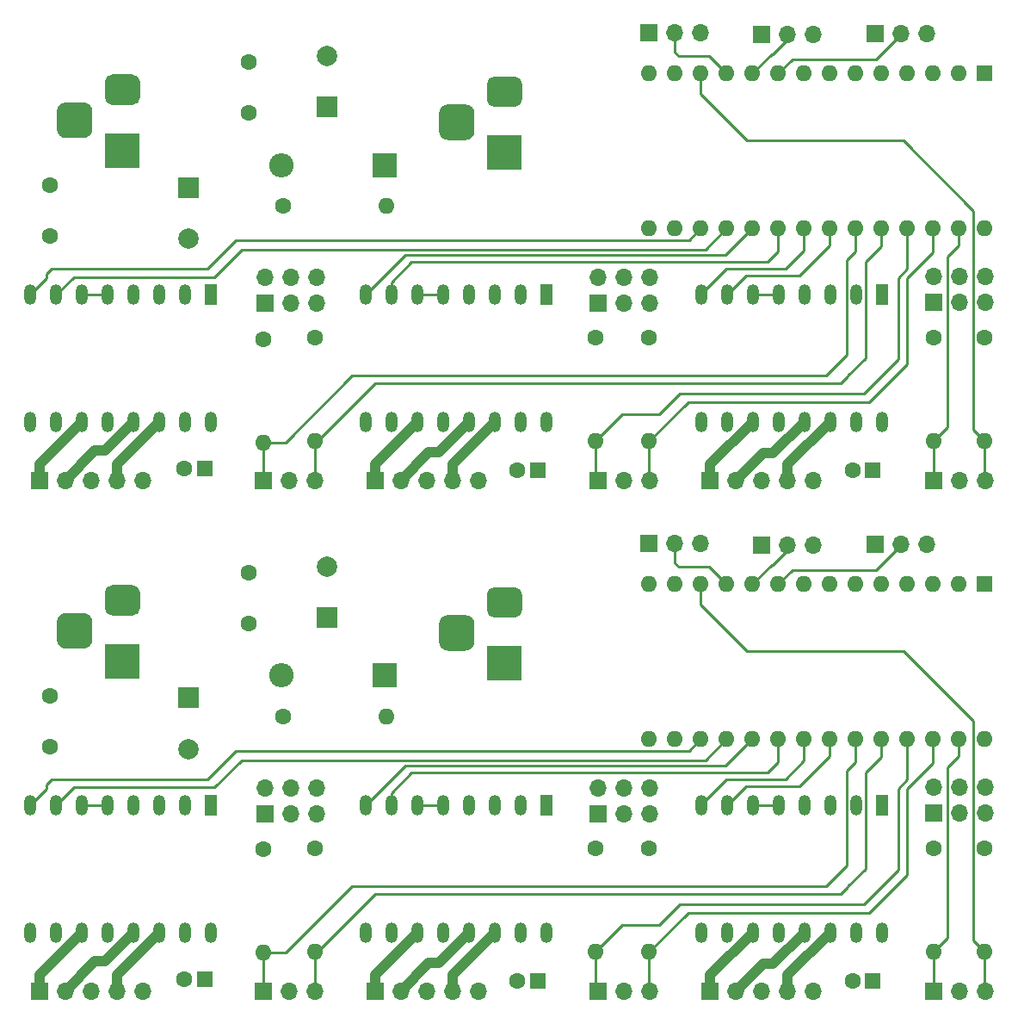
<source format=gtl>
G04 #@! TF.GenerationSoftware,KiCad,Pcbnew,(5.1.10)-1*
G04 #@! TF.CreationDate,2021-09-04T14:17:00-07:00*
G04 #@! TF.ProjectId,Motors,4d6f746f-7273-42e6-9b69-6361645f7063,rev?*
G04 #@! TF.SameCoordinates,Original*
G04 #@! TF.FileFunction,Copper,L1,Top*
G04 #@! TF.FilePolarity,Positive*
%FSLAX46Y46*%
G04 Gerber Fmt 4.6, Leading zero omitted, Abs format (unit mm)*
G04 Created by KiCad (PCBNEW (5.1.10)-1) date 2021-09-04 14:17:00*
%MOMM*%
%LPD*%
G01*
G04 APERTURE LIST*
G04 #@! TA.AperFunction,ComponentPad*
%ADD10C,1.600000*%
G04 #@! TD*
G04 #@! TA.AperFunction,ComponentPad*
%ADD11O,1.600000X1.600000*%
G04 #@! TD*
G04 #@! TA.AperFunction,ComponentPad*
%ADD12O,1.200000X2.000000*%
G04 #@! TD*
G04 #@! TA.AperFunction,ComponentPad*
%ADD13R,1.200000X2.000000*%
G04 #@! TD*
G04 #@! TA.AperFunction,ComponentPad*
%ADD14R,1.700000X1.700000*%
G04 #@! TD*
G04 #@! TA.AperFunction,ComponentPad*
%ADD15O,1.700000X1.700000*%
G04 #@! TD*
G04 #@! TA.AperFunction,ComponentPad*
%ADD16R,2.000000X2.000000*%
G04 #@! TD*
G04 #@! TA.AperFunction,ComponentPad*
%ADD17C,2.000000*%
G04 #@! TD*
G04 #@! TA.AperFunction,ComponentPad*
%ADD18R,3.500000X3.500000*%
G04 #@! TD*
G04 #@! TA.AperFunction,ComponentPad*
%ADD19R,1.600000X1.600000*%
G04 #@! TD*
G04 #@! TA.AperFunction,ComponentPad*
%ADD20R,2.400000X2.400000*%
G04 #@! TD*
G04 #@! TA.AperFunction,ComponentPad*
%ADD21O,2.400000X2.400000*%
G04 #@! TD*
G04 #@! TA.AperFunction,Conductor*
%ADD22C,0.250000*%
G04 #@! TD*
G04 #@! TA.AperFunction,Conductor*
%ADD23C,1.000000*%
G04 #@! TD*
G04 APERTURE END LIST*
D10*
X198237000Y-94800000D03*
D11*
X198237000Y-104960000D03*
D12*
X188127000Y-103060000D03*
D13*
X188127000Y-90540000D03*
D12*
X185587000Y-103060000D03*
X185587000Y-90540000D03*
X183047000Y-103060000D03*
X183047000Y-90540000D03*
X180507000Y-103060000D03*
X180507000Y-90540000D03*
X177967000Y-103060000D03*
X177967000Y-90540000D03*
X175427000Y-103060000D03*
X175427000Y-90540000D03*
X172887000Y-103060000D03*
X172887000Y-90540000D03*
X170347000Y-103060000D03*
X170347000Y-90540000D03*
D14*
X160437000Y-91400000D03*
D15*
X160437000Y-88860000D03*
X162977000Y-91400000D03*
X162977000Y-88860000D03*
X165517000Y-91400000D03*
X165517000Y-88860000D03*
D16*
X152937000Y-80000000D03*
D17*
X152937000Y-85000000D03*
D11*
X165337000Y-104960000D03*
D10*
X165337000Y-94800000D03*
D11*
X231237000Y-104960000D03*
D10*
X231237000Y-94800000D03*
D18*
X184000000Y-76600000D03*
G04 #@! TA.AperFunction,ComponentPad*
G36*
G01*
X183000000Y-69100000D02*
X185000000Y-69100000D01*
G75*
G02*
X185750000Y-69850000I0J-750000D01*
G01*
X185750000Y-71350000D01*
G75*
G02*
X185000000Y-72100000I-750000J0D01*
G01*
X183000000Y-72100000D01*
G75*
G02*
X182250000Y-71350000I0J750000D01*
G01*
X182250000Y-69850000D01*
G75*
G02*
X183000000Y-69100000I750000J0D01*
G01*
G37*
G04 #@! TD.AperFunction*
G04 #@! TA.AperFunction,ComponentPad*
G36*
G01*
X178425000Y-71850000D02*
X180175000Y-71850000D01*
G75*
G02*
X181050000Y-72725000I0J-875000D01*
G01*
X181050000Y-74475000D01*
G75*
G02*
X180175000Y-75350000I-875000J0D01*
G01*
X178425000Y-75350000D01*
G75*
G02*
X177550000Y-74475000I0J875000D01*
G01*
X177550000Y-72725000D01*
G75*
G02*
X178425000Y-71850000I875000J0D01*
G01*
G37*
G04 #@! TD.AperFunction*
G04 #@! TA.AperFunction,ComponentPad*
G36*
G01*
X140825000Y-71650000D02*
X142575000Y-71650000D01*
G75*
G02*
X143450000Y-72525000I0J-875000D01*
G01*
X143450000Y-74275000D01*
G75*
G02*
X142575000Y-75150000I-875000J0D01*
G01*
X140825000Y-75150000D01*
G75*
G02*
X139950000Y-74275000I0J875000D01*
G01*
X139950000Y-72525000D01*
G75*
G02*
X140825000Y-71650000I875000J0D01*
G01*
G37*
G04 #@! TD.AperFunction*
G04 #@! TA.AperFunction,ComponentPad*
G36*
G01*
X145400000Y-68900000D02*
X147400000Y-68900000D01*
G75*
G02*
X148150000Y-69650000I0J-750000D01*
G01*
X148150000Y-71150000D01*
G75*
G02*
X147400000Y-71900000I-750000J0D01*
G01*
X145400000Y-71900000D01*
G75*
G02*
X144650000Y-71150000I0J750000D01*
G01*
X144650000Y-69650000D01*
G75*
G02*
X145400000Y-68900000I750000J0D01*
G01*
G37*
G04 #@! TD.AperFunction*
X146400000Y-76400000D03*
D15*
X198317000Y-108800000D03*
X195777000Y-108800000D03*
D14*
X193237000Y-108800000D03*
X204237000Y-108800000D03*
D15*
X206777000Y-108800000D03*
X209317000Y-108800000D03*
X211857000Y-108800000D03*
X214397000Y-108800000D03*
X181397000Y-108800000D03*
X178857000Y-108800000D03*
X176317000Y-108800000D03*
X173777000Y-108800000D03*
D14*
X171237000Y-108800000D03*
D15*
X203317000Y-64800000D03*
X200777000Y-64800000D03*
D14*
X198237000Y-64800000D03*
X209279000Y-65005000D03*
D15*
X211819000Y-65005000D03*
X214359000Y-65005000D03*
D14*
X160237000Y-108800000D03*
D15*
X162777000Y-108800000D03*
X165317000Y-108800000D03*
D16*
X166537000Y-72100000D03*
D17*
X166537000Y-67100000D03*
D19*
X187237000Y-107800000D03*
D10*
X185237000Y-107800000D03*
D12*
X137347000Y-90540000D03*
X137347000Y-103060000D03*
X139887000Y-90540000D03*
X139887000Y-103060000D03*
X142427000Y-90540000D03*
X142427000Y-103060000D03*
X144967000Y-90540000D03*
X144967000Y-103060000D03*
X147507000Y-90540000D03*
X147507000Y-103060000D03*
X150047000Y-90540000D03*
X150047000Y-103060000D03*
X152587000Y-90540000D03*
X152587000Y-103060000D03*
D13*
X155127000Y-90540000D03*
D12*
X155127000Y-103060000D03*
D14*
X226237000Y-91300000D03*
D15*
X226237000Y-88760000D03*
X228777000Y-91300000D03*
X228777000Y-88760000D03*
X231317000Y-91300000D03*
X231317000Y-88760000D03*
D14*
X138237000Y-108800000D03*
D15*
X140777000Y-108800000D03*
X143317000Y-108800000D03*
X145857000Y-108800000D03*
X148397000Y-108800000D03*
D10*
X226237000Y-94800000D03*
D11*
X226237000Y-104960000D03*
D10*
X160237000Y-94900000D03*
D11*
X160237000Y-105060000D03*
D10*
X158837000Y-72700000D03*
X158837000Y-67700000D03*
D14*
X226237000Y-108800000D03*
D15*
X228777000Y-108800000D03*
X231317000Y-108800000D03*
D12*
X221127000Y-103060000D03*
D13*
X221127000Y-90540000D03*
D12*
X218587000Y-103060000D03*
X218587000Y-90540000D03*
X216047000Y-103060000D03*
X216047000Y-90540000D03*
X213507000Y-103060000D03*
X213507000Y-90540000D03*
X210967000Y-103060000D03*
X210967000Y-90540000D03*
X208427000Y-103060000D03*
X208427000Y-90540000D03*
X205887000Y-103060000D03*
X205887000Y-90540000D03*
X203347000Y-103060000D03*
X203347000Y-90540000D03*
D15*
X225535000Y-64878000D03*
X222995000Y-64878000D03*
D14*
X220455000Y-64878000D03*
D20*
X172237000Y-77800000D03*
D21*
X162077000Y-77800000D03*
D19*
X154510000Y-107677000D03*
D10*
X152510000Y-107677000D03*
D19*
X231237000Y-68800000D03*
D11*
X198217000Y-84040000D03*
X228697000Y-68800000D03*
X200757000Y-84040000D03*
X226157000Y-68800000D03*
X203297000Y-84040000D03*
X223617000Y-68800000D03*
X205837000Y-84040000D03*
X221077000Y-68800000D03*
X208377000Y-84040000D03*
X218537000Y-68800000D03*
X210917000Y-84040000D03*
X215997000Y-68800000D03*
X213457000Y-84040000D03*
X213457000Y-68800000D03*
X215997000Y-84040000D03*
X210917000Y-68800000D03*
X218537000Y-84040000D03*
X208377000Y-68800000D03*
X221077000Y-84040000D03*
X205837000Y-68800000D03*
X223617000Y-84040000D03*
X203297000Y-68800000D03*
X226157000Y-84040000D03*
X200757000Y-68800000D03*
X228697000Y-84040000D03*
X198217000Y-68800000D03*
X231237000Y-84040000D03*
D10*
X162237000Y-81800000D03*
D11*
X172397000Y-81800000D03*
D15*
X198317000Y-88860000D03*
X198317000Y-91400000D03*
X195777000Y-88860000D03*
X195777000Y-91400000D03*
X193237000Y-88860000D03*
D14*
X193237000Y-91400000D03*
D10*
X139237000Y-79800000D03*
X139237000Y-84800000D03*
X218237000Y-107800000D03*
D19*
X220237000Y-107800000D03*
D11*
X192937000Y-104960000D03*
D10*
X192937000Y-94800000D03*
G04 #@! TA.AperFunction,ComponentPad*
G36*
G01*
X178425000Y-122050000D02*
X180175000Y-122050000D01*
G75*
G02*
X181050000Y-122925000I0J-875000D01*
G01*
X181050000Y-124675000D01*
G75*
G02*
X180175000Y-125550000I-875000J0D01*
G01*
X178425000Y-125550000D01*
G75*
G02*
X177550000Y-124675000I0J875000D01*
G01*
X177550000Y-122925000D01*
G75*
G02*
X178425000Y-122050000I875000J0D01*
G01*
G37*
G04 #@! TD.AperFunction*
G04 #@! TA.AperFunction,ComponentPad*
G36*
G01*
X183000000Y-119300000D02*
X185000000Y-119300000D01*
G75*
G02*
X185750000Y-120050000I0J-750000D01*
G01*
X185750000Y-121550000D01*
G75*
G02*
X185000000Y-122300000I-750000J0D01*
G01*
X183000000Y-122300000D01*
G75*
G02*
X182250000Y-121550000I0J750000D01*
G01*
X182250000Y-120050000D01*
G75*
G02*
X183000000Y-119300000I750000J0D01*
G01*
G37*
G04 #@! TD.AperFunction*
D18*
X184000000Y-126800000D03*
X146400000Y-126600000D03*
G04 #@! TA.AperFunction,ComponentPad*
G36*
G01*
X145400000Y-119100000D02*
X147400000Y-119100000D01*
G75*
G02*
X148150000Y-119850000I0J-750000D01*
G01*
X148150000Y-121350000D01*
G75*
G02*
X147400000Y-122100000I-750000J0D01*
G01*
X145400000Y-122100000D01*
G75*
G02*
X144650000Y-121350000I0J750000D01*
G01*
X144650000Y-119850000D01*
G75*
G02*
X145400000Y-119100000I750000J0D01*
G01*
G37*
G04 #@! TD.AperFunction*
G04 #@! TA.AperFunction,ComponentPad*
G36*
G01*
X140825000Y-121850000D02*
X142575000Y-121850000D01*
G75*
G02*
X143450000Y-122725000I0J-875000D01*
G01*
X143450000Y-124475000D01*
G75*
G02*
X142575000Y-125350000I-875000J0D01*
G01*
X140825000Y-125350000D01*
G75*
G02*
X139950000Y-124475000I0J875000D01*
G01*
X139950000Y-122725000D01*
G75*
G02*
X140825000Y-121850000I875000J0D01*
G01*
G37*
G04 #@! TD.AperFunction*
D10*
X231237000Y-145000000D03*
D11*
X231237000Y-155160000D03*
D10*
X165337000Y-145000000D03*
D11*
X165337000Y-155160000D03*
D17*
X152937000Y-135200000D03*
D16*
X152937000Y-130200000D03*
D15*
X165517000Y-139060000D03*
X165517000Y-141600000D03*
X162977000Y-139060000D03*
X162977000Y-141600000D03*
X160437000Y-139060000D03*
D14*
X160437000Y-141600000D03*
D12*
X170347000Y-140740000D03*
X170347000Y-153260000D03*
X172887000Y-140740000D03*
X172887000Y-153260000D03*
X175427000Y-140740000D03*
X175427000Y-153260000D03*
X177967000Y-140740000D03*
X177967000Y-153260000D03*
X180507000Y-140740000D03*
X180507000Y-153260000D03*
X183047000Y-140740000D03*
X183047000Y-153260000D03*
X185587000Y-140740000D03*
X185587000Y-153260000D03*
D13*
X188127000Y-140740000D03*
D12*
X188127000Y-153260000D03*
D11*
X198237000Y-155160000D03*
D10*
X198237000Y-145000000D03*
D11*
X160237000Y-155260000D03*
D10*
X160237000Y-145100000D03*
D12*
X155127000Y-153260000D03*
D13*
X155127000Y-140740000D03*
D12*
X152587000Y-153260000D03*
X152587000Y-140740000D03*
X150047000Y-153260000D03*
X150047000Y-140740000D03*
X147507000Y-153260000D03*
X147507000Y-140740000D03*
X144967000Y-153260000D03*
X144967000Y-140740000D03*
X142427000Y-153260000D03*
X142427000Y-140740000D03*
X139887000Y-153260000D03*
X139887000Y-140740000D03*
X137347000Y-153260000D03*
X137347000Y-140740000D03*
D10*
X192937000Y-145000000D03*
D11*
X192937000Y-155160000D03*
D10*
X139237000Y-135000000D03*
X139237000Y-130000000D03*
D14*
X193237000Y-141600000D03*
D15*
X193237000Y-139060000D03*
X195777000Y-141600000D03*
X195777000Y-139060000D03*
X198317000Y-141600000D03*
X198317000Y-139060000D03*
X231317000Y-138960000D03*
X231317000Y-141500000D03*
X228777000Y-138960000D03*
X228777000Y-141500000D03*
X226237000Y-138960000D03*
D14*
X226237000Y-141500000D03*
D10*
X152510000Y-157877000D03*
D19*
X154510000Y-157877000D03*
D10*
X185237000Y-158000000D03*
D19*
X187237000Y-158000000D03*
X220237000Y-158000000D03*
D10*
X218237000Y-158000000D03*
D12*
X203347000Y-140740000D03*
X203347000Y-153260000D03*
X205887000Y-140740000D03*
X205887000Y-153260000D03*
X208427000Y-140740000D03*
X208427000Y-153260000D03*
X210967000Y-140740000D03*
X210967000Y-153260000D03*
X213507000Y-140740000D03*
X213507000Y-153260000D03*
X216047000Y-140740000D03*
X216047000Y-153260000D03*
X218587000Y-140740000D03*
X218587000Y-153260000D03*
D13*
X221127000Y-140740000D03*
D12*
X221127000Y-153260000D03*
D11*
X172397000Y-132000000D03*
D10*
X162237000Y-132000000D03*
D11*
X231237000Y-134240000D03*
X198217000Y-119000000D03*
X228697000Y-134240000D03*
X200757000Y-119000000D03*
X226157000Y-134240000D03*
X203297000Y-119000000D03*
X223617000Y-134240000D03*
X205837000Y-119000000D03*
X221077000Y-134240000D03*
X208377000Y-119000000D03*
X218537000Y-134240000D03*
X210917000Y-119000000D03*
X215997000Y-134240000D03*
X213457000Y-119000000D03*
X213457000Y-134240000D03*
X215997000Y-119000000D03*
X210917000Y-134240000D03*
X218537000Y-119000000D03*
X208377000Y-134240000D03*
X221077000Y-119000000D03*
X205837000Y-134240000D03*
X223617000Y-119000000D03*
X203297000Y-134240000D03*
X226157000Y-119000000D03*
X200757000Y-134240000D03*
X228697000Y-119000000D03*
X198217000Y-134240000D03*
D19*
X231237000Y-119000000D03*
D15*
X231317000Y-159000000D03*
X228777000Y-159000000D03*
D14*
X226237000Y-159000000D03*
D21*
X162077000Y-128000000D03*
D20*
X172237000Y-128000000D03*
D14*
X220455000Y-115078000D03*
D15*
X222995000Y-115078000D03*
X225535000Y-115078000D03*
D10*
X158837000Y-117900000D03*
X158837000Y-122900000D03*
D11*
X226237000Y-155160000D03*
D10*
X226237000Y-145000000D03*
D15*
X148397000Y-159000000D03*
X145857000Y-159000000D03*
X143317000Y-159000000D03*
X140777000Y-159000000D03*
D14*
X138237000Y-159000000D03*
X171237000Y-159000000D03*
D15*
X173777000Y-159000000D03*
X176317000Y-159000000D03*
X178857000Y-159000000D03*
X181397000Y-159000000D03*
D14*
X193237000Y-159000000D03*
D15*
X195777000Y-159000000D03*
X198317000Y-159000000D03*
X214359000Y-115205000D03*
X211819000Y-115205000D03*
D14*
X209279000Y-115205000D03*
D15*
X214397000Y-159000000D03*
X211857000Y-159000000D03*
X209317000Y-159000000D03*
X206777000Y-159000000D03*
D14*
X204237000Y-159000000D03*
X198237000Y-115000000D03*
D15*
X200777000Y-115000000D03*
X203317000Y-115000000D03*
X165317000Y-159000000D03*
X162777000Y-159000000D03*
D14*
X160237000Y-159000000D03*
D17*
X166537000Y-117300000D03*
D16*
X166537000Y-122300000D03*
D22*
X231237000Y-108720000D02*
X231317000Y-108800000D01*
X223249000Y-75419000D02*
X230111999Y-82281999D01*
X231237000Y-104960000D02*
X231237000Y-108720000D01*
X203297000Y-70834000D02*
X207882000Y-75419000D01*
X230111999Y-103834999D02*
X231237000Y-104960000D01*
X207882000Y-75419000D02*
X223249000Y-75419000D01*
X230111999Y-82281999D02*
X230111999Y-103834999D01*
X203297000Y-68800000D02*
X203297000Y-70834000D01*
X226237000Y-104960000D02*
X226237000Y-108800000D01*
X227601999Y-86814001D02*
X227601999Y-103595001D01*
X227601999Y-103595001D02*
X226237000Y-104960000D01*
X228697000Y-84040000D02*
X228697000Y-85719000D01*
X228697000Y-85719000D02*
X227601999Y-86814001D01*
X223617000Y-88020000D02*
X222741000Y-88896000D01*
X223617000Y-84040000D02*
X223617000Y-88020000D01*
X222741000Y-96896000D02*
X219337000Y-100300000D01*
X195597000Y-102300000D02*
X192937000Y-104960000D01*
X192937000Y-108500000D02*
X193237000Y-108800000D01*
X192937000Y-104960000D02*
X192937000Y-108500000D01*
X219337000Y-100300000D02*
X201231998Y-100300000D01*
X199231998Y-102300000D02*
X195597000Y-102300000D01*
X222741000Y-88896000D02*
X222741000Y-96896000D01*
X201231998Y-100300000D02*
X199231998Y-102300000D01*
X202097000Y-101100000D02*
X198237000Y-104960000D01*
X219897000Y-101100000D02*
X202097000Y-101100000D01*
X226157000Y-86380000D02*
X223630000Y-88907000D01*
X198237000Y-108720000D02*
X198317000Y-108800000D01*
X223630000Y-97367000D02*
X219897000Y-101100000D01*
X223630000Y-88907000D02*
X223630000Y-97367000D01*
X198237000Y-104960000D02*
X198237000Y-108720000D01*
X226157000Y-84040000D02*
X226157000Y-86380000D01*
X165337000Y-108780000D02*
X165317000Y-108800000D01*
X165577000Y-104960000D02*
X165337000Y-104960000D01*
X217042000Y-99295000D02*
X171242000Y-99295000D01*
X221077000Y-85760000D02*
X219512010Y-87324990D01*
X221077000Y-84040000D02*
X221077000Y-85760000D01*
X165337000Y-104960000D02*
X165337000Y-108780000D01*
X217787020Y-98549980D02*
X217042000Y-99295000D01*
X219512010Y-87324990D02*
X219512010Y-96775010D01*
X219512010Y-96775010D02*
X217787020Y-98500000D01*
X171242000Y-99295000D02*
X165577000Y-104960000D01*
X217787020Y-98500000D02*
X217787020Y-98549980D01*
X217661990Y-87175010D02*
X217661990Y-96475010D01*
X215604000Y-98533000D02*
X169004000Y-98533000D01*
X218537000Y-86300000D02*
X217661990Y-87175010D01*
X218537000Y-84040000D02*
X218537000Y-86300000D01*
X160237000Y-105060000D02*
X160237000Y-108800000D01*
X169004000Y-98533000D02*
X162477000Y-105060000D01*
X217661990Y-96475010D02*
X215604000Y-98533000D01*
X162477000Y-105060000D02*
X160237000Y-105060000D01*
X220582000Y-67418000D02*
X222995000Y-65005000D01*
X212299000Y-67418000D02*
X220582000Y-67418000D01*
X210917000Y-68800000D02*
X212299000Y-67418000D01*
X222995000Y-65005000D02*
X222995000Y-64878000D01*
X211819000Y-65060000D02*
X211819000Y-64800000D01*
X208377000Y-68800000D02*
X210267000Y-66910000D01*
X210422000Y-66910000D02*
X211819000Y-65513000D01*
X210267000Y-66910000D02*
X210422000Y-66910000D01*
X211819000Y-65513000D02*
X211819000Y-65005000D01*
X200777000Y-64800000D02*
X200777000Y-66740000D01*
X200777000Y-66740000D02*
X201137000Y-67100000D01*
X204137000Y-67100000D02*
X205837000Y-68800000D01*
X201137000Y-67100000D02*
X204137000Y-67100000D01*
D23*
X211857000Y-107250000D02*
X216047000Y-103060000D01*
X211857000Y-108800000D02*
X211857000Y-107250000D01*
X209424000Y-106153000D02*
X210414000Y-106153000D01*
X206777000Y-108800000D02*
X209424000Y-106153000D01*
X210414000Y-106153000D02*
X213507000Y-103060000D01*
X204237000Y-108800000D02*
X204237000Y-107250000D01*
X204237000Y-107250000D02*
X208427000Y-103060000D01*
X171237000Y-108800000D02*
X171237000Y-107250000D01*
X171237000Y-107250000D02*
X175427000Y-103060000D01*
X176551000Y-106026000D02*
X177541000Y-106026000D01*
X173777000Y-108800000D02*
X176551000Y-106026000D01*
X177541000Y-106026000D02*
X180507000Y-103060000D01*
X178857000Y-107250000D02*
X183047000Y-103060000D01*
X178857000Y-108800000D02*
X178857000Y-107250000D01*
X145857000Y-107250000D02*
X150047000Y-103060000D01*
X145857000Y-108800000D02*
X145857000Y-107250000D01*
X144668000Y-105899000D02*
X147507000Y-103060000D01*
X140777000Y-108800000D02*
X143678000Y-105899000D01*
X143678000Y-105899000D02*
X144668000Y-105899000D01*
X138237000Y-108800000D02*
X138237000Y-107250000D01*
X138237000Y-107250000D02*
X142427000Y-103060000D01*
D22*
X215997000Y-85740000D02*
X213037000Y-88700000D01*
X215997000Y-84040000D02*
X215997000Y-85740000D01*
X207727000Y-88700000D02*
X205887000Y-90540000D01*
X213037000Y-88700000D02*
X207727000Y-88700000D01*
X205837000Y-88000000D02*
X203347000Y-90490000D01*
X211637000Y-88000000D02*
X205837000Y-88000000D01*
X213457000Y-84040000D02*
X213457000Y-86180000D01*
X203347000Y-90490000D02*
X203347000Y-90540000D01*
X213457000Y-86180000D02*
X211637000Y-88000000D01*
X172887000Y-90094000D02*
X172887000Y-90540000D01*
X210917000Y-86320000D02*
X209880000Y-87357000D01*
X172887000Y-89332000D02*
X172887000Y-90540000D01*
X174862000Y-87357000D02*
X172887000Y-89332000D01*
X209880000Y-87357000D02*
X174862000Y-87357000D01*
X210917000Y-84040000D02*
X210917000Y-86320000D01*
X205737000Y-86680000D02*
X174207000Y-86680000D01*
X208377000Y-84040000D02*
X205737000Y-86680000D01*
X174207000Y-86680000D02*
X170347000Y-90540000D01*
X155437000Y-88800000D02*
X141627000Y-88800000D01*
X158137000Y-86100000D02*
X155437000Y-88800000D01*
X205837000Y-84040000D02*
X203777000Y-86100000D01*
X203777000Y-86100000D02*
X158137000Y-86100000D01*
X141627000Y-88800000D02*
X139887000Y-90540000D01*
X203297000Y-84040000D02*
X202137000Y-85200000D01*
X139437000Y-88000000D02*
X138961990Y-88475010D01*
X202137000Y-85200000D02*
X157537000Y-85200000D01*
X138961990Y-88475010D02*
X138961990Y-88925010D01*
X154737000Y-88000000D02*
X139437000Y-88000000D01*
X138961990Y-88925010D02*
X137347000Y-90540000D01*
X157537000Y-85200000D02*
X154737000Y-88000000D01*
X208427000Y-90540000D02*
X210967000Y-90540000D01*
X175427000Y-90540000D02*
X177967000Y-90540000D01*
X142427000Y-90540000D02*
X144967000Y-90540000D01*
X227601999Y-137014001D02*
X227601999Y-153795001D01*
X228697000Y-134240000D02*
X228697000Y-135919000D01*
X228697000Y-135919000D02*
X227601999Y-137014001D01*
X227601999Y-153795001D02*
X226237000Y-155160000D01*
X231237000Y-158920000D02*
X231317000Y-159000000D01*
X231237000Y-155160000D02*
X231237000Y-158920000D01*
X203297000Y-121034000D02*
X207882000Y-125619000D01*
X223249000Y-125619000D02*
X230111999Y-132481999D01*
X207882000Y-125619000D02*
X223249000Y-125619000D01*
X230111999Y-154034999D02*
X231237000Y-155160000D01*
X230111999Y-132481999D02*
X230111999Y-154034999D01*
X203297000Y-119000000D02*
X203297000Y-121034000D01*
X202097000Y-151300000D02*
X198237000Y-155160000D01*
X219897000Y-151300000D02*
X202097000Y-151300000D01*
X223630000Y-139107000D02*
X223630000Y-147567000D01*
X223630000Y-147567000D02*
X219897000Y-151300000D01*
X226157000Y-136580000D02*
X223630000Y-139107000D01*
X226157000Y-134240000D02*
X226157000Y-136580000D01*
X198237000Y-158920000D02*
X198317000Y-159000000D01*
X198237000Y-155160000D02*
X198237000Y-158920000D01*
X192937000Y-158700000D02*
X193237000Y-159000000D01*
X192937000Y-155160000D02*
X192937000Y-158700000D01*
X219337000Y-150500000D02*
X201231998Y-150500000D01*
X199231998Y-152500000D02*
X195597000Y-152500000D01*
X223617000Y-138220000D02*
X222741000Y-139096000D01*
X223617000Y-134240000D02*
X223617000Y-138220000D01*
X222741000Y-147096000D02*
X219337000Y-150500000D01*
X222741000Y-139096000D02*
X222741000Y-147096000D01*
X195597000Y-152500000D02*
X192937000Y-155160000D01*
X201231998Y-150500000D02*
X199231998Y-152500000D01*
X169004000Y-148733000D02*
X162477000Y-155260000D01*
X215604000Y-148733000D02*
X169004000Y-148733000D01*
X217661990Y-137375010D02*
X217661990Y-146675010D01*
X218537000Y-136500000D02*
X217661990Y-137375010D01*
X217661990Y-146675010D02*
X215604000Y-148733000D01*
X218537000Y-134240000D02*
X218537000Y-136500000D01*
X162477000Y-155260000D02*
X160237000Y-155260000D01*
X160237000Y-155260000D02*
X160237000Y-159000000D01*
X165337000Y-155160000D02*
X165337000Y-158980000D01*
X165337000Y-158980000D02*
X165317000Y-159000000D01*
X217787020Y-148749980D02*
X217042000Y-149495000D01*
X217042000Y-149495000D02*
X171242000Y-149495000D01*
X219512010Y-137524990D02*
X219512010Y-146975010D01*
X165577000Y-155160000D02*
X165337000Y-155160000D01*
X219512010Y-146975010D02*
X217787020Y-148700000D01*
X221077000Y-135960000D02*
X219512010Y-137524990D01*
X221077000Y-134240000D02*
X221077000Y-135960000D01*
X171242000Y-149495000D02*
X165577000Y-155160000D01*
X217787020Y-148700000D02*
X217787020Y-148749980D01*
X222995000Y-115205000D02*
X222995000Y-115078000D01*
X210917000Y-119000000D02*
X212299000Y-117618000D01*
X220582000Y-117618000D02*
X222995000Y-115205000D01*
X212299000Y-117618000D02*
X220582000Y-117618000D01*
X211819000Y-115260000D02*
X211819000Y-115000000D01*
X208377000Y-119000000D02*
X210267000Y-117110000D01*
X210422000Y-117110000D02*
X211819000Y-115713000D01*
X210267000Y-117110000D02*
X210422000Y-117110000D01*
X211819000Y-115713000D02*
X211819000Y-115205000D01*
X200777000Y-115000000D02*
X200777000Y-116940000D01*
X200777000Y-116940000D02*
X201137000Y-117300000D01*
X204137000Y-117300000D02*
X205837000Y-119000000D01*
X201137000Y-117300000D02*
X204137000Y-117300000D01*
D23*
X204237000Y-157450000D02*
X208427000Y-153260000D01*
X204237000Y-159000000D02*
X204237000Y-157450000D01*
X206777000Y-159000000D02*
X209424000Y-156353000D01*
X209424000Y-156353000D02*
X210414000Y-156353000D01*
X210414000Y-156353000D02*
X213507000Y-153260000D01*
X211857000Y-157450000D02*
X216047000Y-153260000D01*
X211857000Y-159000000D02*
X211857000Y-157450000D01*
X178857000Y-157450000D02*
X183047000Y-153260000D01*
X178857000Y-159000000D02*
X178857000Y-157450000D01*
X173777000Y-159000000D02*
X176551000Y-156226000D01*
X176551000Y-156226000D02*
X177541000Y-156226000D01*
X177541000Y-156226000D02*
X180507000Y-153260000D01*
X171237000Y-157450000D02*
X175427000Y-153260000D01*
X171237000Y-159000000D02*
X171237000Y-157450000D01*
X138237000Y-157450000D02*
X142427000Y-153260000D01*
X138237000Y-159000000D02*
X138237000Y-157450000D01*
X144668000Y-156099000D02*
X147507000Y-153260000D01*
X143678000Y-156099000D02*
X144668000Y-156099000D01*
X140777000Y-159000000D02*
X143678000Y-156099000D01*
X145857000Y-157450000D02*
X150047000Y-153260000D01*
X145857000Y-159000000D02*
X145857000Y-157450000D01*
D22*
X203297000Y-134240000D02*
X202137000Y-135400000D01*
X154737000Y-138200000D02*
X139437000Y-138200000D01*
X202137000Y-135400000D02*
X157537000Y-135400000D01*
X157537000Y-135400000D02*
X154737000Y-138200000D01*
X139437000Y-138200000D02*
X138961990Y-138675010D01*
X138961990Y-138675010D02*
X138961990Y-139125010D01*
X138961990Y-139125010D02*
X137347000Y-140740000D01*
X155437000Y-139000000D02*
X141627000Y-139000000D01*
X158137000Y-136300000D02*
X155437000Y-139000000D01*
X205837000Y-134240000D02*
X203777000Y-136300000D01*
X203777000Y-136300000D02*
X158137000Y-136300000D01*
X141627000Y-139000000D02*
X139887000Y-140740000D01*
X208377000Y-134240000D02*
X205737000Y-136880000D01*
X174207000Y-136880000D02*
X170347000Y-140740000D01*
X205737000Y-136880000D02*
X174207000Y-136880000D01*
X172887000Y-140294000D02*
X172887000Y-140740000D01*
X210917000Y-136520000D02*
X209880000Y-137557000D01*
X172887000Y-139532000D02*
X172887000Y-140740000D01*
X174862000Y-137557000D02*
X172887000Y-139532000D01*
X209880000Y-137557000D02*
X174862000Y-137557000D01*
X210917000Y-134240000D02*
X210917000Y-136520000D01*
X203347000Y-140690000D02*
X203347000Y-140740000D01*
X213457000Y-134240000D02*
X213457000Y-136380000D01*
X213457000Y-136380000D02*
X211637000Y-138200000D01*
X205837000Y-138200000D02*
X203347000Y-140690000D01*
X211637000Y-138200000D02*
X205837000Y-138200000D01*
X215997000Y-135940000D02*
X213037000Y-138900000D01*
X215997000Y-134240000D02*
X215997000Y-135940000D01*
X207727000Y-138900000D02*
X205887000Y-140740000D01*
X213037000Y-138900000D02*
X207727000Y-138900000D01*
X208427000Y-140740000D02*
X210967000Y-140740000D01*
X175427000Y-140740000D02*
X177967000Y-140740000D01*
X142427000Y-140740000D02*
X144967000Y-140740000D01*
X226237000Y-155160000D02*
X226237000Y-159000000D01*
M02*

</source>
